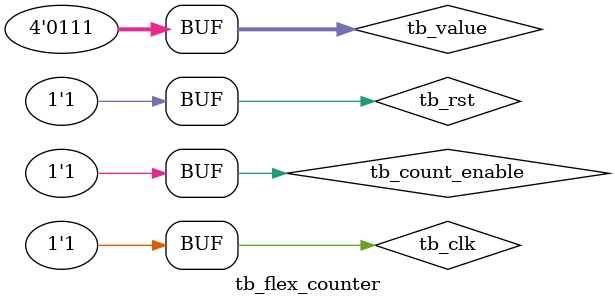
<source format=sv>
`timescale 1ns / 1ns

module tb_flex_counter
       ();
      localparam CLK_PERIOD = 2.5;
      
      reg tb_clk;
      reg tb_rst;
      reg tb_count_enable;
      reg [3:0] tb_value;    
      reg tb_flag;
      
      
      always
      begin : CLK_GEN
        tb_clk = 1'b0;
        #(CLK_PERIOD/2);
        tb_clk = 1'b1;
        #(CLK_PERIOD/2);
      end
		
		flex_counter dut(.clk(tb_clk), .n_rst(tb_rst), .count_enable(tb_count_enable), .rollover_val(tb_value), .rollover_flag(tb_flag));


initial
	begin
	  tb_rst = 1'b0; tb_count_enable =1'b1; tb_value = 4'b0011; #100;
	  tb_rst = 1'b1; tb_count_enable =1'b1; tb_value = 4'b0011; #100;
	  tb_rst = 1'b0; tb_count_enable =1'b1; tb_value = 4'b0111; #100;
	  tb_rst = 1'b1; tb_count_enable =1'b1; tb_value = 4'b0111; #100;
	  
	  
	  
  end
		
endmodule


</source>
